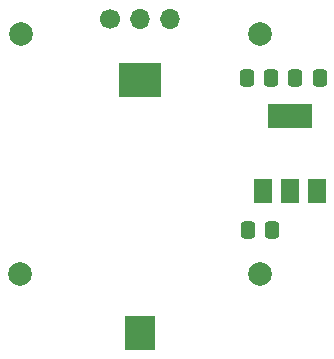
<source format=gbr>
%TF.GenerationSoftware,KiCad,Pcbnew,(6.0.8)*%
%TF.CreationDate,2022-10-14T21:05:54+02:00*%
%TF.ProjectId,Horloge,486f726c-6f67-4652-9e6b-696361645f70,rev?*%
%TF.SameCoordinates,Original*%
%TF.FileFunction,Soldermask,Bot*%
%TF.FilePolarity,Negative*%
%FSLAX46Y46*%
G04 Gerber Fmt 4.6, Leading zero omitted, Abs format (unit mm)*
G04 Created by KiCad (PCBNEW (6.0.8)) date 2022-10-14 21:05:54*
%MOMM*%
%LPD*%
G01*
G04 APERTURE LIST*
G04 Aperture macros list*
%AMRoundRect*
0 Rectangle with rounded corners*
0 $1 Rounding radius*
0 $2 $3 $4 $5 $6 $7 $8 $9 X,Y pos of 4 corners*
0 Add a 4 corners polygon primitive as box body*
4,1,4,$2,$3,$4,$5,$6,$7,$8,$9,$2,$3,0*
0 Add four circle primitives for the rounded corners*
1,1,$1+$1,$2,$3*
1,1,$1+$1,$4,$5*
1,1,$1+$1,$6,$7*
1,1,$1+$1,$8,$9*
0 Add four rect primitives between the rounded corners*
20,1,$1+$1,$2,$3,$4,$5,0*
20,1,$1+$1,$4,$5,$6,$7,0*
20,1,$1+$1,$6,$7,$8,$9,0*
20,1,$1+$1,$8,$9,$2,$3,0*%
G04 Aperture macros list end*
%ADD10C,2.000000*%
%ADD11C,1.700000*%
%ADD12O,1.700000X1.700000*%
%ADD13RoundRect,0.250000X0.337500X0.475000X-0.337500X0.475000X-0.337500X-0.475000X0.337500X-0.475000X0*%
%ADD14R,3.600000X3.000000*%
%ADD15R,2.600000X3.000000*%
%ADD16R,1.500000X2.000000*%
%ADD17R,3.800000X2.000000*%
G04 APERTURE END LIST*
D10*
%TO.C,REF\u002A\u002A*%
X162560000Y-85090000D03*
%TD*%
%TO.C,REF\u002A\u002A*%
X162560000Y-105410000D03*
%TD*%
%TO.C,REF\u002A\u002A*%
X142240000Y-105410000D03*
%TD*%
%TO.C,REF\u002A\u002A*%
X142316287Y-85090000D03*
%TD*%
D11*
%TO.C,J1*%
X149860000Y-83820000D03*
D12*
X152400000Y-83820000D03*
X154940000Y-83820000D03*
%TD*%
D13*
%TO.C,C3*%
X163515089Y-88866156D03*
X161440089Y-88866156D03*
%TD*%
%TO.C,C2*%
X163624033Y-101695651D03*
X161549033Y-101695651D03*
%TD*%
D14*
%TO.C,BTe*%
X152400000Y-89008000D03*
D15*
X152400000Y-110408000D03*
%TD*%
D16*
%TO.C,U2*%
X167400000Y-98400000D03*
X165100000Y-98400000D03*
D17*
X165100000Y-92100000D03*
D16*
X162800000Y-98400000D03*
%TD*%
D13*
%TO.C,C1*%
X167628067Y-88851432D03*
X165553067Y-88851432D03*
%TD*%
M02*

</source>
